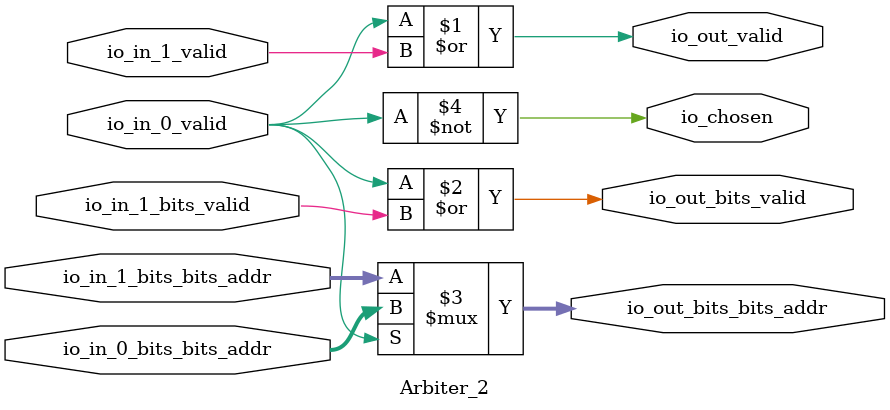
<source format=sv>
`ifndef RANDOMIZE
  `ifdef RANDOMIZE_REG_INIT
    `define RANDOMIZE
  `endif // RANDOMIZE_REG_INIT
`endif // not def RANDOMIZE
`ifndef RANDOMIZE
  `ifdef RANDOMIZE_MEM_INIT
    `define RANDOMIZE
  `endif // RANDOMIZE_MEM_INIT
`endif // not def RANDOMIZE

`ifndef RANDOM
  `define RANDOM $random
`endif // not def RANDOM

// Users can define 'PRINTF_COND' to add an extra gate to prints.
`ifndef PRINTF_COND_
  `ifdef PRINTF_COND
    `define PRINTF_COND_ (`PRINTF_COND)
  `else  // PRINTF_COND
    `define PRINTF_COND_ 1
  `endif // PRINTF_COND
`endif // not def PRINTF_COND_

// Users can define 'ASSERT_VERBOSE_COND' to add an extra gate to assert error printing.
`ifndef ASSERT_VERBOSE_COND_
  `ifdef ASSERT_VERBOSE_COND
    `define ASSERT_VERBOSE_COND_ (`ASSERT_VERBOSE_COND)
  `else  // ASSERT_VERBOSE_COND
    `define ASSERT_VERBOSE_COND_ 1
  `endif // ASSERT_VERBOSE_COND
`endif // not def ASSERT_VERBOSE_COND_

// Users can define 'STOP_COND' to add an extra gate to stop conditions.
`ifndef STOP_COND_
  `ifdef STOP_COND
    `define STOP_COND_ (`STOP_COND)
  `else  // STOP_COND
    `define STOP_COND_ 1
  `endif // STOP_COND
`endif // not def STOP_COND_

// Users can define INIT_RANDOM as general code that gets injected into the
// initializer block for modules with registers.
`ifndef INIT_RANDOM
  `define INIT_RANDOM
`endif // not def INIT_RANDOM

// If using random initialization, you can also define RANDOMIZE_DELAY to
// customize the delay used, otherwise 0.002 is used.
`ifndef RANDOMIZE_DELAY
  `define RANDOMIZE_DELAY 0.002
`endif // not def RANDOMIZE_DELAY

// Define INIT_RANDOM_PROLOG_ for use in our modules below.
`ifndef INIT_RANDOM_PROLOG_
  `ifdef RANDOMIZE
    `ifdef VERILATOR
      `define INIT_RANDOM_PROLOG_ `INIT_RANDOM
    `else  // VERILATOR
      `define INIT_RANDOM_PROLOG_ `INIT_RANDOM #`RANDOMIZE_DELAY begin end
    `endif // VERILATOR
  `else  // RANDOMIZE
    `define INIT_RANDOM_PROLOG_
  `endif // RANDOMIZE
`endif // not def INIT_RANDOM_PROLOG_

// Include register initializers in init blocks unless synthesis is set
`ifndef SYNTHESIS
  `ifndef ENABLE_INITIAL_REG_
    `define ENABLE_INITIAL_REG_
  `endif // not def ENABLE_INITIAL_REG_
`endif // not def SYNTHESIS

// Include rmemory initializers in init blocks unless synthesis is set
`ifndef SYNTHESIS
  `ifndef ENABLE_INITIAL_MEM_
    `define ENABLE_INITIAL_MEM_
  `endif // not def ENABLE_INITIAL_MEM_
`endif // not def SYNTHESIS

module Arbiter_2(
  input         io_in_0_valid,
  input  [20:0] io_in_0_bits_bits_addr,
  input         io_in_1_valid,
                io_in_1_bits_valid,
  input  [20:0] io_in_1_bits_bits_addr,
  output        io_out_valid,
                io_out_bits_valid,
  output [20:0] io_out_bits_bits_addr,
  output        io_chosen
);

  assign io_out_valid = io_in_0_valid | io_in_1_valid;	// Arbiter.scala:135:31
  assign io_out_bits_valid = io_in_0_valid | io_in_1_bits_valid;	// Arbiter.scala:124:15, :126:27, :128:19
  assign io_out_bits_bits_addr =
    io_in_0_valid ? io_in_0_bits_bits_addr : io_in_1_bits_bits_addr;	// Arbiter.scala:124:15, :126:27, :128:19
  assign io_chosen = ~io_in_0_valid;	// Arbiter.scala:123:13, :126:27, :127:17
endmodule


</source>
